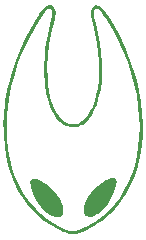
<source format=gbr>
%TF.GenerationSoftware,KiCad,Pcbnew,9.0.2-9.0.2-0~ubuntu24.04.1*%
%TF.CreationDate,2025-07-03T20:23:05-04:00*%
%TF.ProjectId,top,746f702e-6b69-4636-9164-5f7063625858,rev?*%
%TF.SameCoordinates,Original*%
%TF.FileFunction,Legend,Top*%
%TF.FilePolarity,Positive*%
%FSLAX46Y46*%
G04 Gerber Fmt 4.6, Leading zero omitted, Abs format (unit mm)*
G04 Created by KiCad (PCBNEW 9.0.2-9.0.2-0~ubuntu24.04.1) date 2025-07-03 20:23:05*
%MOMM*%
%LPD*%
G01*
G04 APERTURE LIST*
%ADD10C,0.150000*%
%ADD11C,0.300000*%
%ADD12C,0.000000*%
G04 APERTURE END LIST*
D10*
D11*
D10*
D12*
%TO.C, *%
G36*
X164785129Y-118454004D02*
G01*
X164995477Y-118529331D01*
X165121729Y-118589624D01*
X165524386Y-118832074D01*
X165892276Y-119118892D01*
X166219260Y-119442896D01*
X166499199Y-119796908D01*
X166725956Y-120173749D01*
X166893392Y-120566237D01*
X166939606Y-120715889D01*
X166994811Y-120986588D01*
X167000623Y-121215985D01*
X166958428Y-121401942D01*
X166869613Y-121542317D01*
X166735565Y-121634973D01*
X166557671Y-121677769D01*
X166337318Y-121668565D01*
X166323494Y-121666427D01*
X166093438Y-121599426D01*
X165851040Y-121473931D01*
X165603153Y-121296692D01*
X165356630Y-121074456D01*
X165118323Y-120813971D01*
X164895086Y-120521984D01*
X164693770Y-120205244D01*
X164539359Y-119909633D01*
X164431553Y-119659315D01*
X164341588Y-119408628D01*
X164271857Y-119168164D01*
X164224751Y-118948515D01*
X164202660Y-118760273D01*
X164207977Y-118614030D01*
X164230265Y-118540401D01*
X164308544Y-118459682D01*
X164432934Y-118418697D01*
X164594705Y-118416965D01*
X164785129Y-118454004D01*
G37*
G36*
X171387867Y-118404792D02*
G01*
X171430281Y-118431593D01*
X171476787Y-118476531D01*
X171501228Y-118528850D01*
X171509211Y-118609565D01*
X171507120Y-118719584D01*
X171476773Y-118970103D01*
X171405412Y-119258101D01*
X171297118Y-119570149D01*
X171155970Y-119892822D01*
X171141705Y-119922105D01*
X170958564Y-120257743D01*
X170754511Y-120566136D01*
X170534670Y-120843425D01*
X170304167Y-121085749D01*
X170068127Y-121289250D01*
X169831676Y-121450066D01*
X169599939Y-121564339D01*
X169378040Y-121628209D01*
X169171105Y-121637816D01*
X168984260Y-121589300D01*
X168950182Y-121572513D01*
X168823770Y-121467785D01*
X168743894Y-121316053D01*
X168711245Y-121120541D01*
X168726516Y-120884476D01*
X168764094Y-120704479D01*
X168889214Y-120343600D01*
X169073610Y-119984474D01*
X169309004Y-119636693D01*
X169587121Y-119309845D01*
X169899683Y-119013519D01*
X170238414Y-118757305D01*
X170595037Y-118550792D01*
X170642796Y-118527854D01*
X170873959Y-118435025D01*
X171080482Y-118382925D01*
X171254430Y-118372524D01*
X171387867Y-118404792D01*
G37*
G36*
X169872595Y-103736486D02*
G01*
X169969029Y-103766525D01*
X170122853Y-103840715D01*
X170281746Y-103964642D01*
X170449775Y-104142440D01*
X170631009Y-104378243D01*
X170765170Y-104575831D01*
X171300437Y-105447535D01*
X171785511Y-106341996D01*
X172219347Y-107254911D01*
X172600901Y-108181979D01*
X172929130Y-109118900D01*
X173202987Y-110061371D01*
X173421430Y-111005093D01*
X173583414Y-111945763D01*
X173687895Y-112879081D01*
X173733829Y-113800746D01*
X173720171Y-114706455D01*
X173645878Y-115591909D01*
X173569344Y-116126211D01*
X173409324Y-116928106D01*
X173203818Y-117683209D01*
X172950394Y-118397376D01*
X172646615Y-119076460D01*
X172290047Y-119726314D01*
X171878256Y-120352792D01*
X171723690Y-120563561D01*
X171576938Y-120744158D01*
X171389577Y-120953131D01*
X171174888Y-121177370D01*
X170946149Y-121403765D01*
X170716639Y-121619209D01*
X170499638Y-121810591D01*
X170308424Y-121964804D01*
X170291191Y-121977707D01*
X169964659Y-122207624D01*
X169629362Y-122420506D01*
X169293461Y-122612542D01*
X168965119Y-122779918D01*
X168652498Y-122918820D01*
X168363762Y-123025437D01*
X168107072Y-123095954D01*
X167890590Y-123126560D01*
X167830327Y-123127279D01*
X167724296Y-123117563D01*
X167591341Y-123096679D01*
X167519973Y-123082283D01*
X167321910Y-123032845D01*
X167135086Y-122972907D01*
X166941243Y-122895348D01*
X166722122Y-122793047D01*
X166533895Y-122697713D01*
X165924319Y-122352205D01*
X165369565Y-121974017D01*
X164862100Y-121556413D01*
X164394388Y-121092655D01*
X163958895Y-120576010D01*
X163595161Y-120070522D01*
X163203986Y-119427493D01*
X162864228Y-118742338D01*
X162576433Y-118018063D01*
X162341150Y-117257677D01*
X162158924Y-116464186D01*
X162030303Y-115640596D01*
X161955834Y-114789916D01*
X161940547Y-114113521D01*
X162222200Y-114113521D01*
X162222441Y-114431277D01*
X162227039Y-114720062D01*
X162236258Y-114966027D01*
X162245223Y-115100822D01*
X162343791Y-115942044D01*
X162495102Y-116749606D01*
X162698280Y-117521135D01*
X162952447Y-118254259D01*
X163256725Y-118946607D01*
X163610238Y-119595807D01*
X164012109Y-120199488D01*
X164240656Y-120495555D01*
X164676313Y-120992786D01*
X165132013Y-121432705D01*
X165618716Y-121824086D01*
X166147383Y-122175703D01*
X166728975Y-122496330D01*
X166758833Y-122511302D01*
X167068403Y-122655965D01*
X167338315Y-122758265D01*
X167580570Y-122820067D01*
X167807169Y-122843237D01*
X168030113Y-122829639D01*
X168261402Y-122781139D01*
X168342673Y-122757463D01*
X168475219Y-122707896D01*
X168651622Y-122629485D01*
X168858073Y-122529427D01*
X169080759Y-122414921D01*
X169305870Y-122293165D01*
X169519595Y-122171358D01*
X169708125Y-122056697D01*
X169791872Y-122002117D01*
X170355184Y-121582829D01*
X170875063Y-121112294D01*
X171350545Y-120592379D01*
X171780663Y-120024953D01*
X172164452Y-119411884D01*
X172500947Y-118755039D01*
X172789182Y-118056287D01*
X173028191Y-117317495D01*
X173217010Y-116540533D01*
X173354673Y-115727268D01*
X173434978Y-114953119D01*
X173468134Y-114072870D01*
X173440337Y-113171112D01*
X173353101Y-112253220D01*
X173207941Y-111324565D01*
X173006370Y-110390520D01*
X172749904Y-109456458D01*
X172440055Y-108527751D01*
X172078339Y-107609772D01*
X171666270Y-106707894D01*
X171205362Y-105827490D01*
X170697130Y-104973931D01*
X170564191Y-104767410D01*
X170398270Y-104522274D01*
X170256427Y-104332697D01*
X170133524Y-104192828D01*
X170024424Y-104096816D01*
X169924554Y-104039049D01*
X169799505Y-104010490D01*
X169704342Y-104041108D01*
X169639320Y-104128866D01*
X169604697Y-104271730D01*
X169600728Y-104467664D01*
X169627671Y-104714632D01*
X169685782Y-105010600D01*
X169763863Y-105313360D01*
X169966298Y-106121086D01*
X170121014Y-106936567D01*
X170227535Y-107751595D01*
X170285381Y-108557965D01*
X170294077Y-109347469D01*
X170253144Y-110111901D01*
X170162106Y-110843054D01*
X170104103Y-111161820D01*
X169975972Y-111700674D01*
X169818729Y-112191772D01*
X169633942Y-112632391D01*
X169423182Y-113019803D01*
X169188017Y-113351285D01*
X168930017Y-113624109D01*
X168650752Y-113835552D01*
X168523052Y-113907670D01*
X168217942Y-114029013D01*
X167913663Y-114082730D01*
X167612360Y-114069189D01*
X167316175Y-113988756D01*
X167027251Y-113841800D01*
X166747732Y-113628686D01*
X166713884Y-113597716D01*
X166553688Y-113438793D01*
X166418036Y-113279839D01*
X166294565Y-113103653D01*
X166170911Y-112893031D01*
X166071460Y-112703781D01*
X165906954Y-112344904D01*
X165765632Y-111958528D01*
X165644613Y-111534641D01*
X165541018Y-111063229D01*
X165456794Y-110566774D01*
X165430542Y-110337395D01*
X165410943Y-110053351D01*
X165397920Y-109727646D01*
X165391397Y-109373285D01*
X165391296Y-109003275D01*
X165397542Y-108630620D01*
X165410057Y-108268326D01*
X165428764Y-107929398D01*
X165453587Y-107626842D01*
X165475244Y-107438527D01*
X165603200Y-106628274D01*
X165769117Y-105842107D01*
X165909112Y-105296359D01*
X165993603Y-104963635D01*
X166048515Y-104687836D01*
X166074215Y-104464827D01*
X166071073Y-104290476D01*
X166039458Y-104160651D01*
X166014571Y-104113386D01*
X165931715Y-104035780D01*
X165827700Y-104020482D01*
X165704839Y-104065977D01*
X165565447Y-104170747D01*
X165411838Y-104333275D01*
X165246326Y-104552045D01*
X165169307Y-104667309D01*
X164579470Y-105634895D01*
X164056411Y-106608029D01*
X163598945Y-107589894D01*
X163205885Y-108583672D01*
X162876046Y-109592546D01*
X162608241Y-110619698D01*
X162401285Y-111668311D01*
X162297409Y-112374018D01*
X162277074Y-112574813D01*
X162259506Y-112829720D01*
X162244969Y-113124892D01*
X162233730Y-113446480D01*
X162226052Y-113780639D01*
X162222200Y-114113521D01*
X161940547Y-114113521D01*
X161936064Y-113915152D01*
X161971539Y-113019310D01*
X162062807Y-112105399D01*
X162098765Y-111844417D01*
X162257243Y-110951873D01*
X162473107Y-110041208D01*
X162742510Y-109123877D01*
X163061600Y-108211338D01*
X163426527Y-107315046D01*
X163833443Y-106446457D01*
X164058141Y-106013660D01*
X164230004Y-105700962D01*
X164407534Y-105390786D01*
X164585391Y-105091624D01*
X164758231Y-104811973D01*
X164920712Y-104560326D01*
X165067491Y-104345178D01*
X165193228Y-104175022D01*
X165278444Y-104073329D01*
X165463684Y-103902528D01*
X165645061Y-103792227D01*
X165817395Y-103742023D01*
X165975503Y-103751515D01*
X166114206Y-103820301D01*
X166228321Y-103947979D01*
X166312668Y-104134148D01*
X166318683Y-104153966D01*
X166345882Y-104261081D01*
X166357235Y-104357354D01*
X166353504Y-104467901D01*
X166335456Y-104617837D01*
X166333272Y-104633306D01*
X166304047Y-104800570D01*
X166261353Y-104998699D01*
X166212700Y-105193871D01*
X166193595Y-105262356D01*
X165963255Y-106176258D01*
X165795149Y-107111111D01*
X165690579Y-108057663D01*
X165650848Y-109006660D01*
X165650498Y-109118620D01*
X165667832Y-109772187D01*
X165717816Y-110387864D01*
X165799455Y-110962892D01*
X165911756Y-111494511D01*
X166053724Y-111979962D01*
X166224364Y-112416483D01*
X166422682Y-112801316D01*
X166647683Y-113131700D01*
X166898373Y-113404875D01*
X167173758Y-113618083D01*
X167297599Y-113689636D01*
X167400864Y-113740717D01*
X167487237Y-113772282D01*
X167579186Y-113788813D01*
X167699181Y-113794791D01*
X167825997Y-113795015D01*
X167993434Y-113791010D01*
X168116041Y-113778760D01*
X168216864Y-113754217D01*
X168318949Y-113713333D01*
X168336037Y-113705427D01*
X168603361Y-113544068D01*
X168853808Y-113320168D01*
X169085322Y-113037559D01*
X169295848Y-112700070D01*
X169483331Y-112311533D01*
X169645714Y-111875776D01*
X169780943Y-111396632D01*
X169886962Y-110877929D01*
X169901666Y-110787791D01*
X169986674Y-110068696D01*
X170022602Y-109312926D01*
X170010175Y-108530107D01*
X169950119Y-107729867D01*
X169843161Y-106921834D01*
X169690026Y-106115636D01*
X169491441Y-105320899D01*
X169488657Y-105311020D01*
X169396841Y-104947404D01*
X169342263Y-104638204D01*
X169324750Y-104381042D01*
X169344134Y-104173543D01*
X169396046Y-104021258D01*
X169479245Y-103898430D01*
X169593157Y-103811102D01*
X169635565Y-103788650D01*
X169731891Y-103743607D01*
X169800374Y-103726917D01*
X169872595Y-103736486D01*
G37*
%TD*%
M02*

</source>
